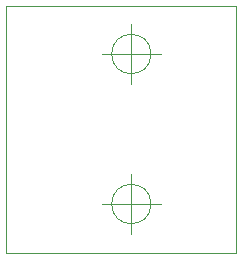
<source format=gbr>
G04 #@! TF.GenerationSoftware,KiCad,Pcbnew,(5.1.5)-3*
G04 #@! TF.CreationDate,2020-09-02T21:16:59-04:00*
G04 #@! TF.ProjectId,8701Duo,38373031-4475-46f2-9e6b-696361645f70,rev?*
G04 #@! TF.SameCoordinates,Original*
G04 #@! TF.FileFunction,Profile,NP*
%FSLAX46Y46*%
G04 Gerber Fmt 4.6, Leading zero omitted, Abs format (unit mm)*
G04 Created by KiCad (PCBNEW (5.1.5)-3) date 2020-09-02 21:16:59*
%MOMM*%
%LPD*%
G04 APERTURE LIST*
%ADD10C,0.050000*%
G04 APERTURE END LIST*
D10*
X90566666Y-76200000D02*
G75*
G03X90566666Y-76200000I-1666666J0D01*
G01*
X86400000Y-76200000D02*
X91400000Y-76200000D01*
X88900000Y-73700000D02*
X88900000Y-78700000D01*
X90566666Y-63500000D02*
G75*
G03X90566666Y-63500000I-1666666J0D01*
G01*
X86400000Y-63500000D02*
X91400000Y-63500000D01*
X88900000Y-61000000D02*
X88900000Y-66000000D01*
X97790000Y-80391000D02*
X97790000Y-80137000D01*
X78295500Y-80391000D02*
X97790000Y-80391000D01*
X78295500Y-80391000D02*
X78295500Y-59436000D01*
X97790000Y-59436000D02*
X97790000Y-80137000D01*
X78295500Y-59436000D02*
X97790000Y-59436000D01*
M02*

</source>
